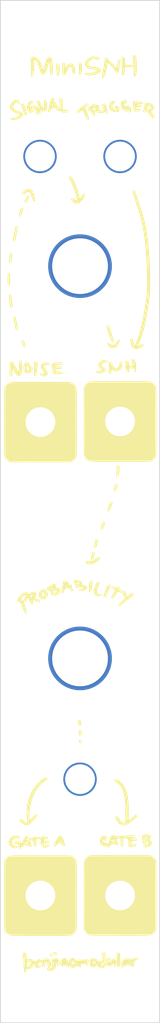
<source format=kicad_pcb>
(kicad_pcb (version 20211014) (generator pcbnew)
  (layers (0 "F.Cu" signal) (31 "B.Cu" signal) (34 "B.Paste" user) (35 "F.Paste" user) (36 "B.SilkS" user "B.Silkscreen") (37 "F.SilkS" user "F.Silkscreen") (38 "B.Mask" user) (39 "F.Mask" user) (44 "Edge.Cuts" user))
  (net 0 "")
  (footprint "Wire_Pads:SolderWirePad_single_0-8mmDrill" (layer "F.Cu") (at 114.974998 68.61302)
    (fp_text reference "" (at 0 0) (layer "F.SilkS") (effects (font (size 1.27 1.27))))
    (fp_text value "" (at 0 0) (layer "F.SilkS") (effects (font (size 1.27 1.27))))
    (pad "1" thru_hole circle locked (at 0 0) (size 4.2 4.2) (drill 3.735001) (layers *.Cu *.Mask))
  )
  (footprint "Wire_Pads:SolderWirePad_single_0-8mmDrill" (layer "F.Cu") (at 115.025064 161.49991)
    (fp_text reference "" (at 0 0) (layer "F.SilkS") (effects (font (size 1.27 1.27))))
    (fp_text value "" (at 0 0) (layer "F.SilkS") (effects (font (size 1.27 1.27))))
    (pad "5" thru_hole circle locked (at 0 0) (size 4.2 4.2) (drill 3.735001) (layers *.Cu *.Mask))
  )
  (footprint "LOGO" (layer "F.Cu") (at 120 113.25)
    (fp_text reference "G***" hide)
    (fp_text value "LOGO" hide)
  )
  (footprint "Wire_Pads:SolderWirePad_single_0-8mmDrill" (layer "F.Cu") (at 115.025065 101.999905)
    (fp_text reference "" (at 0 0) (layer "F.SilkS") (effects (font (size 1.27 1.27))))
    (fp_text value "" (at 0 0) (layer "F.SilkS") (effects (font (size 1.27 1.27))))
    (pad "3" thru_hole circle locked (at 0 0) (size 4.2 4.2) (drill 3.735001) (layers *.Cu *.Mask))
  )
  (footprint "LOGO" (layer "F.Cu") (at 120 113.25)
    (fp_text reference "G***" hide)
    (fp_text value "LOGO" hide)
  )
  (footprint "Wire_Pads:SolderWirePad_single_0-8mmDrill" (layer "F.Cu") (at 119.999999 146.882027)
    (fp_text reference "" (at 0 0) (layer "F.SilkS") (effects (font (size 1.27 1.27))))
    (fp_text value "" (at 0 0) (layer "F.SilkS") (effects (font (size 1.27 1.27))))
    (pad "4" thru_hole circle locked (at 0 0) (size 4.2 4.2) (drill 3.735001) (layers *.Cu *.Mask))
  )
  (footprint "Wire_Pads:SolderWirePad_single_0-8mmDrill" (layer "F.Cu") (at 120 131.7)
    (fp_text reference "" (at 0 0) (layer "F.SilkS") (effects (font (size 1.27 1.27))))
    (fp_text value "" (at 0 0) (layer "F.SilkS") (effects (font (size 1.27 1.27))))
    (pad "8" thru_hole circle locked (at 0 0) (size 8 8) (drill 7) (layers F&B.Cu *.Mask))
  )
  (footprint "Wire_Pads:SolderWirePad_single_0-8mmDrill" (layer "F.Cu") (at 125.024997 68.613022)
    (fp_text reference "" (at 0 0) (layer "F.SilkS") (effects (font (size 1.27 1.27))))
    (fp_text value "" (at 0 0) (layer "F.SilkS") (effects (font (size 1.27 1.27))))
    (pad "2" thru_hole circle locked (at 0 0) (size 4.2 4.2) (drill 3.735001) (layers *.Cu *.Mask))
  )
  (footprint "Wire_Pads:SolderWirePad_single_0-8mmDrill" (layer "F.Cu") (at 125.024997 101.920315)
    (fp_text reference "" (at 0 0) (layer "F.SilkS") (effects (font (size 1.27 1.27))))
    (fp_text value "" (at 0 0) (layer "F.SilkS") (effects (font (size 1.27 1.27))))
    (pad "6" thru_hole circle locked (at 0 0) (size 4.2 4.2) (drill 3.735001) (layers *.Cu *.Mask))
  )
  (footprint "Wire_Pads:SolderWirePad_single_0-8mmDrill" (layer "F.Cu") (at 125.024999 161.49991)
    (fp_text reference "" (at 0 0) (layer "F.SilkS") (effects (font (size 1.27 1.27))))
    (fp_text value "" (at 0 0) (layer "F.SilkS") (effects (font (size 1.27 1.27))))
    (pad "7" thru_hole circle locked (at 0 0) (size 4.2 4.2) (drill 3.735001) (layers *.Cu *.Mask))
  )
  (footprint "Wire_Pads:SolderWirePad_single_0-8mmDrill" (layer "F.Cu") (at 120 82.4)
    (fp_text reference "" (at 0 0) (layer "F.SilkS") (effects (font (size 1.27 1.27))))
    (fp_text value "" (at 0 0) (layer "F.SilkS") (effects (font (size 1.27 1.27))))
    (pad "8" thru_hole circle locked (at 0 0) (size 8 8) (drill 7) (layers *.Cu *.Mask))
  )
  (gr_line (start 110 177.5) (end 110 49) (layer "Edge.Cuts") (width 0.1))
  (gr_line (start 129.999999 177.5) (end 129.999999 49) (layer "Edge.Cuts") (width 0.1))
  (gr_line (start 110 49) (end 129.999999 49) (layer "Edge.Cuts") (width 0.1))
  (gr_line (start 129.999999 177.5) (end 110 177.5) (layer "Edge.Cuts") (width 0.1))
)
</source>
